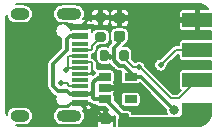
<source format=gtl>
G04 #@! TF.GenerationSoftware,KiCad,Pcbnew,5.1.9+dfsg1-1+deb11u1*
G04 #@! TF.CreationDate,2023-05-18T20:17:31+02:00*
G04 #@! TF.ProjectId,base,62617365-2e6b-4696-9361-645f70636258,rev?*
G04 #@! TF.SameCoordinates,Original*
G04 #@! TF.FileFunction,Copper,L1,Top*
G04 #@! TF.FilePolarity,Positive*
%FSLAX46Y46*%
G04 Gerber Fmt 4.6, Leading zero omitted, Abs format (unit mm)*
G04 Created by KiCad (PCBNEW 5.1.9+dfsg1-1+deb11u1) date 2023-05-18 20:17:31*
%MOMM*%
%LPD*%
G01*
G04 APERTURE LIST*
G04 #@! TA.AperFunction,SMDPad,CuDef*
%ADD10R,1.060000X0.650000*%
G04 #@! TD*
G04 #@! TA.AperFunction,SMDPad,CuDef*
%ADD11R,2.500000X1.250000*%
G04 #@! TD*
G04 #@! TA.AperFunction,ComponentPad*
%ADD12O,1.600000X1.000000*%
G04 #@! TD*
G04 #@! TA.AperFunction,ComponentPad*
%ADD13O,2.100000X1.000000*%
G04 #@! TD*
G04 #@! TA.AperFunction,SMDPad,CuDef*
%ADD14R,1.450000X0.300000*%
G04 #@! TD*
G04 #@! TA.AperFunction,SMDPad,CuDef*
%ADD15R,1.450000X0.600000*%
G04 #@! TD*
G04 #@! TA.AperFunction,ViaPad*
%ADD16C,0.500000*%
G04 #@! TD*
G04 #@! TA.AperFunction,ViaPad*
%ADD17C,0.800000*%
G04 #@! TD*
G04 #@! TA.AperFunction,Conductor*
%ADD18C,0.250000*%
G04 #@! TD*
G04 #@! TA.AperFunction,Conductor*
%ADD19C,0.350000*%
G04 #@! TD*
G04 #@! TA.AperFunction,Conductor*
%ADD20C,0.200000*%
G04 #@! TD*
G04 #@! TA.AperFunction,Conductor*
%ADD21C,0.100000*%
G04 #@! TD*
G04 APERTURE END LIST*
D10*
X6150000Y-1000000D03*
X6150000Y-1950000D03*
X6150000Y-2900000D03*
X8350000Y-2900000D03*
X8350000Y-1000000D03*
D11*
X14000000Y-3810000D03*
X14000000Y-1270000D03*
X14000000Y1270000D03*
X14000000Y3810000D03*
D12*
X-1050000Y-4320000D03*
X-1050000Y4320000D03*
D13*
X3130000Y4320000D03*
X3130000Y-4320000D03*
D14*
X4045000Y250000D03*
X4045000Y-1750000D03*
X4045000Y-1250000D03*
X4045000Y-750000D03*
X4045000Y-250000D03*
X4045000Y750000D03*
X4045000Y1250000D03*
X4045000Y1750000D03*
D15*
X4045000Y-3250000D03*
X4045000Y-2450000D03*
X4045000Y2450000D03*
X4045000Y3250000D03*
X4045000Y3250000D03*
X4045000Y2450000D03*
X4045000Y-2450000D03*
X4045000Y-3250000D03*
G04 #@! TA.AperFunction,SMDPad,CuDef*
G36*
G01*
X5725000Y525000D02*
X5725000Y1075000D01*
G75*
G02*
X5925000Y1275000I200000J0D01*
G01*
X6325000Y1275000D01*
G75*
G02*
X6525000Y1075000I0J-200000D01*
G01*
X6525000Y525000D01*
G75*
G02*
X6325000Y325000I-200000J0D01*
G01*
X5925000Y325000D01*
G75*
G02*
X5725000Y525000I0J200000D01*
G01*
G37*
G04 #@! TD.AperFunction*
G04 #@! TA.AperFunction,SMDPad,CuDef*
G36*
G01*
X7375000Y525000D02*
X7375000Y1075000D01*
G75*
G02*
X7575000Y1275000I200000J0D01*
G01*
X7975000Y1275000D01*
G75*
G02*
X8175000Y1075000I0J-200000D01*
G01*
X8175000Y525000D01*
G75*
G02*
X7975000Y325000I-200000J0D01*
G01*
X7575000Y325000D01*
G75*
G02*
X7375000Y525000I0J200000D01*
G01*
G37*
G04 #@! TD.AperFunction*
G04 #@! TA.AperFunction,SMDPad,CuDef*
G36*
G01*
X5525000Y2775000D02*
X6075000Y2775000D01*
G75*
G02*
X6275000Y2575000I0J-200000D01*
G01*
X6275000Y2175000D01*
G75*
G02*
X6075000Y1975000I-200000J0D01*
G01*
X5525000Y1975000D01*
G75*
G02*
X5325000Y2175000I0J200000D01*
G01*
X5325000Y2575000D01*
G75*
G02*
X5525000Y2775000I200000J0D01*
G01*
G37*
G04 #@! TD.AperFunction*
G04 #@! TA.AperFunction,SMDPad,CuDef*
G36*
G01*
X5525000Y4425000D02*
X6075000Y4425000D01*
G75*
G02*
X6275000Y4225000I0J-200000D01*
G01*
X6275000Y3825000D01*
G75*
G02*
X6075000Y3625000I-200000J0D01*
G01*
X5525000Y3625000D01*
G75*
G02*
X5325000Y3825000I0J200000D01*
G01*
X5325000Y4225000D01*
G75*
G02*
X5525000Y4425000I200000J0D01*
G01*
G37*
G04 #@! TD.AperFunction*
G04 #@! TA.AperFunction,SMDPad,CuDef*
G36*
G01*
X8225000Y-4300000D02*
X8225000Y-4800000D01*
G75*
G02*
X8000000Y-5025000I-225000J0D01*
G01*
X7550000Y-5025000D01*
G75*
G02*
X7325000Y-4800000I0J225000D01*
G01*
X7325000Y-4300000D01*
G75*
G02*
X7550000Y-4075000I225000J0D01*
G01*
X8000000Y-4075000D01*
G75*
G02*
X8225000Y-4300000I0J-225000D01*
G01*
G37*
G04 #@! TD.AperFunction*
G04 #@! TA.AperFunction,SMDPad,CuDef*
G36*
G01*
X6675000Y-4300000D02*
X6675000Y-4800000D01*
G75*
G02*
X6450000Y-5025000I-225000J0D01*
G01*
X6000000Y-5025000D01*
G75*
G02*
X5775000Y-4800000I0J225000D01*
G01*
X5775000Y-4300000D01*
G75*
G02*
X6000000Y-4075000I225000J0D01*
G01*
X6450000Y-4075000D01*
G75*
G02*
X6675000Y-4300000I0J-225000D01*
G01*
G37*
G04 #@! TD.AperFunction*
G04 #@! TA.AperFunction,SMDPad,CuDef*
G36*
G01*
X7650000Y3525000D02*
X7150000Y3525000D01*
G75*
G02*
X6925000Y3750000I0J225000D01*
G01*
X6925000Y4200000D01*
G75*
G02*
X7150000Y4425000I225000J0D01*
G01*
X7650000Y4425000D01*
G75*
G02*
X7875000Y4200000I0J-225000D01*
G01*
X7875000Y3750000D01*
G75*
G02*
X7650000Y3525000I-225000J0D01*
G01*
G37*
G04 #@! TD.AperFunction*
G04 #@! TA.AperFunction,SMDPad,CuDef*
G36*
G01*
X7650000Y1975000D02*
X7150000Y1975000D01*
G75*
G02*
X6925000Y2200000I0J225000D01*
G01*
X6925000Y2650000D01*
G75*
G02*
X7150000Y2875000I225000J0D01*
G01*
X7650000Y2875000D01*
G75*
G02*
X7875000Y2650000I0J-225000D01*
G01*
X7875000Y2200000D01*
G75*
G02*
X7650000Y1975000I-225000J0D01*
G01*
G37*
G04 #@! TD.AperFunction*
D16*
X4554225Y3948203D03*
X-550000Y-3350000D03*
X9100000Y-3940000D03*
X12250000Y290000D03*
X11300000Y1250000D03*
X8590000Y3620000D03*
X4500000Y-4900000D03*
X4550000Y-3900000D03*
X-550000Y1900000D03*
X11090000Y-3950000D03*
X10400000Y500000D03*
X11040000Y3370000D03*
X8510000Y2500000D03*
X8600000Y1350000D03*
X8180000Y4980000D03*
X11400000Y-500000D03*
X10400000Y-3080000D03*
X12290000Y2020000D03*
X12030000Y-2270000D03*
D17*
X12050000Y-3799999D03*
D16*
X6600000Y650000D03*
X5150000Y-660000D03*
X2893081Y-457694D03*
X2409444Y-1555543D03*
X9050000Y-200000D03*
X10880269Y-19731D03*
D18*
X3100000Y-3400000D02*
X3052002Y-3400000D01*
X3250000Y-3250000D02*
X3100000Y-3400000D01*
X4045000Y-3250000D02*
X3250000Y-3250000D01*
X4045000Y3250000D02*
X3200000Y3250000D01*
X3200000Y3250000D02*
X3000000Y3450000D01*
X4550000Y3755000D02*
X4045000Y3250000D01*
X4550000Y3950000D02*
X4550000Y3755000D01*
X4837500Y-3250000D02*
X6137500Y-4550000D01*
X4045000Y-3250000D02*
X4837500Y-3250000D01*
X4552428Y3950000D02*
X4554225Y3948203D01*
X4550000Y3950000D02*
X4552428Y3950000D01*
X4718522Y4112500D02*
X4554225Y3948203D01*
X5935703Y3948203D02*
X6100000Y4112500D01*
X4554225Y3948203D02*
X5935703Y3948203D01*
X4550000Y-3755000D02*
X4045000Y-3250000D01*
X4550000Y-3900000D02*
X4550000Y-3755000D01*
X3550000Y3250000D02*
X3305010Y3494990D01*
X4045000Y3250000D02*
X3550000Y3250000D01*
X3044990Y3494990D02*
X3000000Y3450000D01*
X3305010Y3494990D02*
X3044990Y3494990D01*
X3200000Y3150000D02*
X3274999Y3075001D01*
X3200000Y3250000D02*
X3200000Y3150000D01*
D19*
X5145001Y-2200001D02*
X4895002Y-2450000D01*
X4895002Y-2450000D02*
X4045000Y-2450000D01*
X5270000Y-2900000D02*
X6150000Y-2900000D01*
X5145001Y-2775001D02*
X5270000Y-2900000D01*
X5145001Y-2200001D02*
X5145001Y-2775001D01*
X6137500Y-2912500D02*
X6150000Y-2900000D01*
X6212500Y-2900000D02*
X7862500Y-4550000D01*
X6150000Y-2900000D02*
X6212500Y-2900000D01*
X5735002Y-1000000D02*
X6150000Y-1000000D01*
X5450001Y-1285001D02*
X5735002Y-1000000D01*
X5364999Y-1285001D02*
X5450001Y-1285001D01*
X5145001Y-1504999D02*
X5364999Y-1285001D01*
X5145001Y-2200001D02*
X5145001Y-1504999D01*
X12501990Y-4585002D02*
X13000000Y-4086992D01*
X13000000Y-4086992D02*
X13000000Y-3810000D01*
X7810002Y-4585002D02*
X12501990Y-4585002D01*
X7775000Y-4550000D02*
X7810002Y-4585002D01*
X3194998Y2450000D02*
X4045000Y2450000D01*
X2944999Y2200001D02*
X3194998Y2450000D01*
X2944999Y1244999D02*
X2944999Y2200001D01*
X1774998Y74998D02*
X2944999Y1244999D01*
X1774998Y-1804996D02*
X1774998Y74998D01*
X2160001Y-2189999D02*
X1774998Y-1804996D01*
X2936001Y-2189999D02*
X2160001Y-2189999D01*
X3196002Y-2450000D02*
X2936001Y-2189999D01*
X4045000Y-2450000D02*
X3196002Y-2450000D01*
X8350000Y-1000000D02*
X9250001Y-1000000D01*
X9250001Y-1000000D02*
X12050000Y-3799999D01*
X8112000Y-1000000D02*
X8350000Y-1000000D01*
X6900000Y1413188D02*
X6900000Y800000D01*
X7350000Y1863188D02*
X6900000Y1413188D01*
X7350000Y2425000D02*
X7350000Y1863188D01*
X8350000Y-650000D02*
X8350000Y-1000000D01*
X7750010Y-50010D02*
X8350000Y-650000D01*
X7336822Y-50010D02*
X7750010Y-50010D01*
X6900000Y386812D02*
X7336822Y-50010D01*
X6900000Y800000D02*
X6900000Y386812D01*
X6750000Y650000D02*
X6900000Y800000D01*
X6275000Y650000D02*
X6125000Y800000D01*
X6600000Y650000D02*
X6275000Y650000D01*
X6600000Y650000D02*
X6750000Y650000D01*
D20*
X4960002Y-750000D02*
X4045000Y-750000D01*
X4960002Y250000D02*
X5070001Y140001D01*
X5070001Y-640001D02*
X4960002Y-750000D01*
X4045000Y250000D02*
X4960002Y250000D01*
X5070001Y140001D02*
X5070001Y-270001D01*
X5070001Y-270001D02*
X5070001Y-640001D01*
X3129998Y-250000D02*
X4045000Y-250000D01*
X3129998Y-250000D02*
X3019999Y-140001D01*
X3019999Y-140001D02*
X3019999Y640001D01*
X3019999Y640001D02*
X3129998Y750000D01*
X3129998Y750000D02*
X4045000Y750000D01*
X2922304Y-457694D02*
X2893081Y-457694D01*
X3129998Y-250000D02*
X2922304Y-457694D01*
X2925543Y-1555543D02*
X2409444Y-1555543D01*
X4045000Y-1750000D02*
X3120000Y-1750000D01*
X3120000Y-1750000D02*
X2925543Y-1555543D01*
X5070001Y1645001D02*
X5712500Y2287500D01*
X5070001Y1359999D02*
X5070001Y1645001D01*
X5010001Y1299999D02*
X5070001Y1359999D01*
X4724999Y1299999D02*
X5010001Y1299999D01*
X4675000Y1250000D02*
X4724999Y1299999D01*
X5712500Y2287500D02*
X6100000Y2287500D01*
X4045000Y1250000D02*
X4675000Y1250000D01*
X12440000Y-2830000D02*
X11780000Y-2830000D01*
X7575000Y800000D02*
X8575000Y-200000D01*
X9150000Y-200000D02*
X9050000Y-200000D01*
X11780000Y-2830000D02*
X9150000Y-200000D01*
X14000000Y-1270000D02*
X12440000Y-2830000D01*
X8575000Y-200000D02*
X9050000Y-200000D01*
X12170000Y1270000D02*
X10880269Y-19731D01*
X13000000Y1270000D02*
X12170000Y1270000D01*
X12920000Y1350000D02*
X13000000Y1270000D01*
X13955998Y1270000D02*
X14000000Y1270000D01*
X14227922Y5151094D02*
X14447165Y5084900D01*
X14649370Y4977386D01*
X14826847Y4832639D01*
X14906823Y4735964D01*
X14229000Y4735000D01*
X14154000Y4660000D01*
X14154000Y3964000D01*
X14174000Y3964000D01*
X14174000Y3656000D01*
X14154000Y3656000D01*
X14154000Y2960000D01*
X14229000Y2885000D01*
X15175000Y2883655D01*
X15175000Y2196451D01*
X12750000Y2196451D01*
X12691190Y2190659D01*
X12634640Y2173504D01*
X12582523Y2145647D01*
X12536842Y2108158D01*
X12499353Y2062477D01*
X12471496Y2010360D01*
X12454341Y1953810D01*
X12448549Y1895000D01*
X12448549Y1670000D01*
X12189635Y1670000D01*
X12169999Y1671934D01*
X12150363Y1670000D01*
X12150353Y1670000D01*
X12091586Y1664212D01*
X12016186Y1641340D01*
X11946697Y1604197D01*
X11920258Y1582499D01*
X11901049Y1566735D01*
X11901047Y1566733D01*
X11885789Y1554211D01*
X11873267Y1538953D01*
X10864584Y530269D01*
X10826099Y530269D01*
X10719840Y509133D01*
X10619746Y467672D01*
X10529665Y407482D01*
X10453056Y330873D01*
X10392866Y240792D01*
X10351405Y140698D01*
X10330269Y34439D01*
X10330269Y-73901D01*
X10351405Y-180160D01*
X10392866Y-280254D01*
X10453056Y-370335D01*
X10529665Y-446944D01*
X10619746Y-507134D01*
X10719840Y-548595D01*
X10826099Y-569731D01*
X10934439Y-569731D01*
X11040698Y-548595D01*
X11140792Y-507134D01*
X11230873Y-446944D01*
X11307482Y-370335D01*
X11367672Y-280254D01*
X11409133Y-180160D01*
X11430269Y-73901D01*
X11430269Y-35416D01*
X12335686Y870000D01*
X12448549Y870000D01*
X12448549Y645000D01*
X12454341Y586190D01*
X12471496Y529640D01*
X12499353Y477523D01*
X12536842Y431842D01*
X12582523Y394353D01*
X12634640Y366496D01*
X12691190Y349341D01*
X12750000Y343549D01*
X15175000Y343549D01*
X15175001Y-343549D01*
X12750000Y-343549D01*
X12691190Y-349341D01*
X12634640Y-366496D01*
X12582523Y-394353D01*
X12536842Y-431842D01*
X12499353Y-477523D01*
X12471496Y-529640D01*
X12454341Y-586190D01*
X12448549Y-645000D01*
X12448549Y-1895000D01*
X12454341Y-1953810D01*
X12471496Y-2010360D01*
X12499353Y-2062477D01*
X12536842Y-2108158D01*
X12569421Y-2134894D01*
X12274315Y-2430000D01*
X11945685Y-2430000D01*
X9584726Y-69041D01*
X9578864Y-39571D01*
X9537403Y60523D01*
X9477213Y150604D01*
X9400604Y227213D01*
X9310523Y287403D01*
X9210429Y328864D01*
X9104170Y350000D01*
X8995830Y350000D01*
X8889571Y328864D01*
X8789477Y287403D01*
X8707834Y232851D01*
X8471003Y469682D01*
X8476451Y525000D01*
X8476451Y1075000D01*
X8466816Y1172828D01*
X8438280Y1266897D01*
X8391941Y1353591D01*
X8329579Y1429579D01*
X8253591Y1491941D01*
X8166897Y1538280D01*
X8072828Y1566816D01*
X7975000Y1576451D01*
X7729162Y1576451D01*
X7746859Y1598015D01*
X7790966Y1680534D01*
X7795890Y1696765D01*
X7851464Y1713623D01*
X7942481Y1762272D01*
X8022257Y1827743D01*
X8087728Y1907519D01*
X8136377Y1998536D01*
X8166335Y2097295D01*
X8176451Y2200000D01*
X8176451Y2650000D01*
X8166335Y2752705D01*
X8136377Y2851464D01*
X8087728Y2942481D01*
X8022257Y3022257D01*
X7942481Y3087728D01*
X7851464Y3136377D01*
X7752705Y3166335D01*
X7650000Y3176451D01*
X7150000Y3176451D01*
X7047295Y3166335D01*
X6948536Y3136377D01*
X6857519Y3087728D01*
X6777743Y3022257D01*
X6712272Y2942481D01*
X6663623Y2851464D01*
X6633665Y2752705D01*
X6623549Y2650000D01*
X6623549Y2200000D01*
X6633665Y2097295D01*
X6663623Y1998536D01*
X6712272Y1907519D01*
X6716919Y1901857D01*
X6580634Y1765572D01*
X6562499Y1750689D01*
X6503141Y1678361D01*
X6459034Y1595841D01*
X6447920Y1559204D01*
X6422828Y1566816D01*
X6325000Y1576451D01*
X5925000Y1576451D01*
X5827172Y1566816D01*
X5733103Y1538280D01*
X5646409Y1491941D01*
X5570421Y1429579D01*
X5508059Y1353591D01*
X5461720Y1266897D01*
X5433184Y1172828D01*
X5423549Y1075000D01*
X5423549Y525000D01*
X5433184Y427172D01*
X5461720Y333103D01*
X5508059Y246409D01*
X5570421Y170421D01*
X5646409Y108059D01*
X5733103Y61720D01*
X5827172Y33184D01*
X5925000Y23549D01*
X6325000Y23549D01*
X6422828Y33184D01*
X6516897Y61720D01*
X6541517Y74879D01*
X6562500Y49311D01*
X6580629Y34433D01*
X6984447Y-369386D01*
X6999321Y-387511D01*
X7017444Y-402384D01*
X7071649Y-446869D01*
X7154168Y-490976D01*
X7243706Y-518137D01*
X7336822Y-527308D01*
X7360154Y-525010D01*
X7553260Y-525010D01*
X7557656Y-529406D01*
X7541496Y-559640D01*
X7524341Y-616190D01*
X7518549Y-675000D01*
X7518549Y-1325000D01*
X7524341Y-1383810D01*
X7541496Y-1440360D01*
X7569353Y-1492477D01*
X7606842Y-1538158D01*
X7652523Y-1575647D01*
X7704640Y-1603504D01*
X7761190Y-1620659D01*
X7820000Y-1626451D01*
X8880000Y-1626451D01*
X8938810Y-1620659D01*
X8995360Y-1603504D01*
X9047477Y-1575647D01*
X9093158Y-1538158D01*
X9103638Y-1525388D01*
X11350000Y-3771751D01*
X11350000Y-3868943D01*
X11376901Y-4004181D01*
X11420733Y-4110002D01*
X8489855Y-4110002D01*
X8486377Y-4098536D01*
X8437728Y-4007519D01*
X8372257Y-3927743D01*
X8292481Y-3862272D01*
X8201464Y-3813623D01*
X8102705Y-3783665D01*
X8000000Y-3773549D01*
X7757800Y-3773549D01*
X6981451Y-2997201D01*
X6981451Y-2575000D01*
X7518549Y-2575000D01*
X7518549Y-3225000D01*
X7524341Y-3283810D01*
X7541496Y-3340360D01*
X7569353Y-3392477D01*
X7606842Y-3438158D01*
X7652523Y-3475647D01*
X7704640Y-3503504D01*
X7761190Y-3520659D01*
X7820000Y-3526451D01*
X8880000Y-3526451D01*
X8938810Y-3520659D01*
X8995360Y-3503504D01*
X9047477Y-3475647D01*
X9093158Y-3438158D01*
X9130647Y-3392477D01*
X9158504Y-3340360D01*
X9175659Y-3283810D01*
X9181451Y-3225000D01*
X9181451Y-2575000D01*
X9175659Y-2516190D01*
X9158504Y-2459640D01*
X9130647Y-2407523D01*
X9093158Y-2361842D01*
X9047477Y-2324353D01*
X8995360Y-2296496D01*
X8938810Y-2279341D01*
X8880000Y-2273549D01*
X7820000Y-2273549D01*
X7761190Y-2279341D01*
X7704640Y-2296496D01*
X7652523Y-2324353D01*
X7606842Y-2361842D01*
X7569353Y-2407523D01*
X7541496Y-2459640D01*
X7524341Y-2516190D01*
X7518549Y-2575000D01*
X6981451Y-2575000D01*
X6975659Y-2516190D01*
X6958504Y-2459640D01*
X6939989Y-2425001D01*
X6958505Y-2390361D01*
X6975660Y-2333810D01*
X6981452Y-2275000D01*
X6980000Y-2179000D01*
X6905000Y-2104000D01*
X6304000Y-2104000D01*
X6304000Y-2124000D01*
X5996000Y-2124000D01*
X5996000Y-2104000D01*
X5976000Y-2104000D01*
X5976000Y-1796000D01*
X5996000Y-1796000D01*
X5996000Y-1776000D01*
X6304000Y-1776000D01*
X6304000Y-1796000D01*
X6905000Y-1796000D01*
X6980000Y-1721000D01*
X6981452Y-1625000D01*
X6975660Y-1566190D01*
X6958505Y-1509639D01*
X6939989Y-1474999D01*
X6958504Y-1440360D01*
X6975659Y-1383810D01*
X6981451Y-1325000D01*
X6981451Y-675000D01*
X6975659Y-616190D01*
X6958504Y-559640D01*
X6930647Y-507523D01*
X6893158Y-461842D01*
X6847477Y-424353D01*
X6795360Y-396496D01*
X6738810Y-379341D01*
X6680000Y-373549D01*
X5620079Y-373549D01*
X5577213Y-309396D01*
X5500604Y-232787D01*
X5470001Y-212339D01*
X5470001Y120366D01*
X5471935Y140002D01*
X5470001Y159638D01*
X5470001Y159648D01*
X5464213Y218415D01*
X5441341Y293815D01*
X5404198Y363304D01*
X5354212Y424212D01*
X5338950Y436737D01*
X5256739Y518948D01*
X5244213Y534211D01*
X5183305Y584197D01*
X5113816Y621340D01*
X5071451Y634191D01*
X5071451Y900000D01*
X5071050Y904077D01*
X5088415Y905787D01*
X5163815Y928659D01*
X5233304Y965802D01*
X5294212Y1015788D01*
X5306738Y1031051D01*
X5338950Y1063263D01*
X5354212Y1075788D01*
X5404198Y1136696D01*
X5441341Y1206185D01*
X5464213Y1281585D01*
X5470001Y1340352D01*
X5470001Y1340353D01*
X5471936Y1359999D01*
X5470001Y1379646D01*
X5470001Y1479316D01*
X5664234Y1673549D01*
X6075000Y1673549D01*
X6172828Y1683184D01*
X6266897Y1711720D01*
X6353591Y1758059D01*
X6429579Y1820421D01*
X6491941Y1896409D01*
X6538280Y1983103D01*
X6566816Y2077172D01*
X6576451Y2175000D01*
X6576451Y2575000D01*
X6566816Y2672828D01*
X6538280Y2766897D01*
X6491941Y2853591D01*
X6429579Y2929579D01*
X6353591Y2991941D01*
X6266897Y3038280D01*
X6172828Y3066816D01*
X6075000Y3076451D01*
X5525000Y3076451D01*
X5427172Y3066816D01*
X5333103Y3038280D01*
X5246409Y2991941D01*
X5170421Y2929579D01*
X5108059Y2853591D01*
X5068532Y2779641D01*
X5065659Y2808810D01*
X5053164Y2849998D01*
X5065660Y2891190D01*
X5071452Y2950000D01*
X5070000Y3021000D01*
X4995000Y3096000D01*
X4199000Y3096000D01*
X4199000Y3076000D01*
X3891000Y3076000D01*
X3891000Y3096000D01*
X3871000Y3096000D01*
X3871000Y3185000D01*
X12448548Y3185000D01*
X12454340Y3126190D01*
X12471495Y3069639D01*
X12499352Y3017522D01*
X12536841Y2971841D01*
X12582522Y2934352D01*
X12634639Y2906495D01*
X12691190Y2889340D01*
X12750000Y2883548D01*
X13771000Y2885000D01*
X13846000Y2960000D01*
X13846000Y3656000D01*
X12525000Y3656000D01*
X12450000Y3581000D01*
X12448548Y3185000D01*
X3871000Y3185000D01*
X3871000Y3404000D01*
X3891000Y3404000D01*
X3891000Y3424000D01*
X4199000Y3424000D01*
X4199000Y3404000D01*
X4995000Y3404000D01*
X5065355Y3474355D01*
X5074352Y3457522D01*
X5111841Y3411841D01*
X5157522Y3374352D01*
X5209639Y3346495D01*
X5266190Y3329340D01*
X5325000Y3323548D01*
X5571000Y3325000D01*
X5646000Y3400000D01*
X5646000Y3871000D01*
X5954000Y3871000D01*
X5954000Y3400000D01*
X6029000Y3325000D01*
X6275000Y3323548D01*
X6333810Y3329340D01*
X6390361Y3346495D01*
X6442478Y3374352D01*
X6488159Y3411841D01*
X6525648Y3457522D01*
X6553505Y3509639D01*
X6558164Y3525000D01*
X6623548Y3525000D01*
X6629340Y3466190D01*
X6646495Y3409639D01*
X6674352Y3357522D01*
X6711841Y3311841D01*
X6757522Y3274352D01*
X6809639Y3246495D01*
X6866190Y3229340D01*
X6925000Y3223548D01*
X7171000Y3225000D01*
X7246000Y3300000D01*
X7246000Y3821000D01*
X7554000Y3821000D01*
X7554000Y3300000D01*
X7629000Y3225000D01*
X7875000Y3223548D01*
X7933810Y3229340D01*
X7990361Y3246495D01*
X8042478Y3274352D01*
X8088159Y3311841D01*
X8125648Y3357522D01*
X8153505Y3409639D01*
X8170660Y3466190D01*
X8176452Y3525000D01*
X8175000Y3746000D01*
X8100000Y3821000D01*
X7554000Y3821000D01*
X7246000Y3821000D01*
X6700000Y3821000D01*
X6625000Y3746000D01*
X6623548Y3525000D01*
X6558164Y3525000D01*
X6570660Y3566190D01*
X6576452Y3625000D01*
X6575000Y3796000D01*
X6500000Y3871000D01*
X5954000Y3871000D01*
X5646000Y3871000D01*
X5100000Y3871000D01*
X5025000Y3796000D01*
X5024276Y3710691D01*
X5020648Y3717478D01*
X4983159Y3763159D01*
X4937478Y3800648D01*
X4885361Y3828505D01*
X4828810Y3845660D01*
X4770000Y3851452D01*
X4329327Y3850162D01*
X4348393Y3873394D01*
X4422679Y4012372D01*
X4468424Y4163173D01*
X4483870Y4320000D01*
X4473529Y4425000D01*
X5023548Y4425000D01*
X5025000Y4254000D01*
X5100000Y4179000D01*
X5646000Y4179000D01*
X5646000Y4650000D01*
X5954000Y4650000D01*
X5954000Y4179000D01*
X6500000Y4179000D01*
X6575000Y4254000D01*
X6576452Y4425000D01*
X6623548Y4425000D01*
X6625000Y4204000D01*
X6700000Y4129000D01*
X7246000Y4129000D01*
X7246000Y4650000D01*
X7554000Y4650000D01*
X7554000Y4129000D01*
X8100000Y4129000D01*
X8175000Y4204000D01*
X8176452Y4425000D01*
X8175468Y4435000D01*
X12448548Y4435000D01*
X12450000Y4039000D01*
X12525000Y3964000D01*
X13846000Y3964000D01*
X13846000Y4660000D01*
X13771000Y4735000D01*
X12750000Y4736452D01*
X12691190Y4730660D01*
X12634639Y4713505D01*
X12582522Y4685648D01*
X12536841Y4648159D01*
X12499352Y4602478D01*
X12471495Y4550361D01*
X12454340Y4493810D01*
X12448548Y4435000D01*
X8175468Y4435000D01*
X8170660Y4483810D01*
X8153505Y4540361D01*
X8125648Y4592478D01*
X8088159Y4638159D01*
X8042478Y4675648D01*
X7990361Y4703505D01*
X7933810Y4720660D01*
X7875000Y4726452D01*
X7629000Y4725000D01*
X7554000Y4650000D01*
X7246000Y4650000D01*
X7171000Y4725000D01*
X6925000Y4726452D01*
X6866190Y4720660D01*
X6809639Y4703505D01*
X6757522Y4675648D01*
X6711841Y4638159D01*
X6674352Y4592478D01*
X6646495Y4540361D01*
X6629340Y4483810D01*
X6623548Y4425000D01*
X6576452Y4425000D01*
X6570660Y4483810D01*
X6553505Y4540361D01*
X6525648Y4592478D01*
X6488159Y4638159D01*
X6442478Y4675648D01*
X6390361Y4703505D01*
X6333810Y4720660D01*
X6275000Y4726452D01*
X6029000Y4725000D01*
X5954000Y4650000D01*
X5646000Y4650000D01*
X5571000Y4725000D01*
X5325000Y4726452D01*
X5266190Y4720660D01*
X5209639Y4703505D01*
X5157522Y4675648D01*
X5111841Y4638159D01*
X5074352Y4592478D01*
X5046495Y4540361D01*
X5029340Y4483810D01*
X5023548Y4425000D01*
X4473529Y4425000D01*
X4468424Y4476827D01*
X4422679Y4627628D01*
X4348393Y4766606D01*
X4248422Y4888422D01*
X4126606Y4988393D01*
X3987628Y5062679D01*
X3836827Y5108424D01*
X3719293Y5120000D01*
X2540707Y5120000D01*
X2423173Y5108424D01*
X2272372Y5062679D01*
X2133394Y4988393D01*
X2011578Y4888422D01*
X1911607Y4766606D01*
X1837321Y4627628D01*
X1791576Y4476827D01*
X1776130Y4320000D01*
X1791576Y4163173D01*
X1837321Y4012372D01*
X1911607Y3873394D01*
X2011578Y3751578D01*
X2133394Y3651607D01*
X2272372Y3577321D01*
X2423173Y3531576D01*
X2540707Y3520000D01*
X3019162Y3520000D01*
X3020000Y3479000D01*
X3094998Y3404002D01*
X3020000Y3404002D01*
X3020000Y3353883D01*
X2998414Y3375469D01*
X2896048Y3443868D01*
X2782306Y3490981D01*
X2661557Y3515000D01*
X2538443Y3515000D01*
X2417694Y3490981D01*
X2303952Y3443868D01*
X2201586Y3375469D01*
X2114531Y3288414D01*
X2046132Y3186048D01*
X1999019Y3072306D01*
X1975000Y2951557D01*
X1975000Y2828443D01*
X1999019Y2707694D01*
X2046132Y2593952D01*
X2114531Y2491586D01*
X2201586Y2404531D01*
X2303952Y2336132D01*
X2417694Y2289019D01*
X2475339Y2277552D01*
X2467701Y2200001D01*
X2470000Y2176659D01*
X2469999Y1441750D01*
X1455627Y427377D01*
X1437498Y412499D01*
X1378140Y340171D01*
X1353362Y293814D01*
X1334033Y257652D01*
X1306871Y168114D01*
X1297700Y74998D01*
X1299999Y51656D01*
X1299998Y-1781663D01*
X1297700Y-1804996D01*
X1306871Y-1898112D01*
X1314975Y-1924825D01*
X1334032Y-1987649D01*
X1378139Y-2070169D01*
X1437497Y-2142497D01*
X1455632Y-2157380D01*
X1807621Y-2509370D01*
X1822500Y-2527500D01*
X1894828Y-2586858D01*
X1977347Y-2630965D01*
X2024834Y-2645370D01*
X1999019Y-2707694D01*
X1975000Y-2828443D01*
X1975000Y-2951557D01*
X1999019Y-3072306D01*
X2046132Y-3186048D01*
X2114531Y-3288414D01*
X2201586Y-3375469D01*
X2303952Y-3443868D01*
X2417694Y-3490981D01*
X2538443Y-3515000D01*
X2661557Y-3515000D01*
X2782306Y-3490981D01*
X2896048Y-3443868D01*
X2998414Y-3375469D01*
X3020000Y-3353883D01*
X3020000Y-3404002D01*
X3094998Y-3404002D01*
X3020000Y-3479000D01*
X3019162Y-3520000D01*
X2540707Y-3520000D01*
X2423173Y-3531576D01*
X2272372Y-3577321D01*
X2133394Y-3651607D01*
X2011578Y-3751578D01*
X1911607Y-3873394D01*
X1837321Y-4012372D01*
X1791576Y-4163173D01*
X1776130Y-4320000D01*
X1791576Y-4476827D01*
X1837321Y-4627628D01*
X1911607Y-4766606D01*
X2011578Y-4888422D01*
X2133394Y-4988393D01*
X2272372Y-5062679D01*
X2423173Y-5108424D01*
X2540707Y-5120000D01*
X3719293Y-5120000D01*
X3836827Y-5108424D01*
X3987628Y-5062679D01*
X4126606Y-4988393D01*
X4248422Y-4888422D01*
X4348393Y-4766606D01*
X4422679Y-4627628D01*
X4468424Y-4476827D01*
X4483870Y-4320000D01*
X4468424Y-4163173D01*
X4441678Y-4075000D01*
X5473548Y-4075000D01*
X5475000Y-4321000D01*
X5550000Y-4396000D01*
X6071000Y-4396000D01*
X6071000Y-3850000D01*
X5996000Y-3775000D01*
X5775000Y-3773548D01*
X5716190Y-3779340D01*
X5659639Y-3796495D01*
X5607522Y-3824352D01*
X5561841Y-3861841D01*
X5524352Y-3907522D01*
X5496495Y-3959639D01*
X5479340Y-4016190D01*
X5473548Y-4075000D01*
X4441678Y-4075000D01*
X4422679Y-4012372D01*
X4348393Y-3873394D01*
X4329327Y-3850162D01*
X4770000Y-3851452D01*
X4828810Y-3845660D01*
X4885361Y-3828505D01*
X4937478Y-3800648D01*
X4983159Y-3763159D01*
X5020648Y-3717478D01*
X5048505Y-3665361D01*
X5065660Y-3608810D01*
X5071452Y-3550000D01*
X5070000Y-3479000D01*
X4995002Y-3404002D01*
X5070000Y-3404002D01*
X5070000Y-3331694D01*
X5087346Y-3340966D01*
X5156044Y-3361805D01*
X5176883Y-3368127D01*
X5269999Y-3377298D01*
X5293331Y-3375000D01*
X5360011Y-3375000D01*
X5369353Y-3392477D01*
X5406842Y-3438158D01*
X5452523Y-3475647D01*
X5504640Y-3503504D01*
X5561190Y-3520659D01*
X5620000Y-3526451D01*
X6167201Y-3526451D01*
X6434875Y-3794125D01*
X6379000Y-3850000D01*
X6379000Y-4396000D01*
X6900000Y-4396000D01*
X6968375Y-4327625D01*
X7023549Y-4382800D01*
X7023549Y-4383861D01*
X7022836Y-4385195D01*
X7005764Y-4441473D01*
X7000000Y-4500000D01*
X7000000Y-5175000D01*
X6934990Y-5175000D01*
X6953505Y-5140361D01*
X6970660Y-5083810D01*
X6976452Y-5025000D01*
X6975000Y-4779000D01*
X6900000Y-4704000D01*
X6379000Y-4704000D01*
X6379000Y-4724000D01*
X6071000Y-4724000D01*
X6071000Y-4704000D01*
X5550000Y-4704000D01*
X5475000Y-4779000D01*
X5473548Y-5025000D01*
X5479340Y-5083810D01*
X5496495Y-5140361D01*
X5515010Y-5175000D01*
X-984104Y-5175000D01*
X-1227922Y-5151094D01*
X-1330909Y-5120000D01*
X-710707Y-5120000D01*
X-593173Y-5108424D01*
X-442372Y-5062679D01*
X-303394Y-4988393D01*
X-181578Y-4888422D01*
X-81607Y-4766606D01*
X-7321Y-4627628D01*
X38424Y-4476827D01*
X53870Y-4320000D01*
X38424Y-4163173D01*
X-7321Y-4012372D01*
X-81607Y-3873394D01*
X-181578Y-3751578D01*
X-303394Y-3651607D01*
X-442372Y-3577321D01*
X-593173Y-3531576D01*
X-710707Y-3520000D01*
X-1389293Y-3520000D01*
X-1506827Y-3531576D01*
X-1657628Y-3577321D01*
X-1796606Y-3651607D01*
X-1918422Y-3751578D01*
X-2018393Y-3873394D01*
X-2092679Y-4012372D01*
X-2138424Y-4163173D01*
X-2146529Y-4245469D01*
X-2149474Y-4235958D01*
X-2175000Y-3993085D01*
X-2175000Y3984104D01*
X-2151094Y4227922D01*
X-2146349Y4243637D01*
X-2138424Y4163173D01*
X-2092679Y4012372D01*
X-2018393Y3873394D01*
X-1918422Y3751578D01*
X-1796606Y3651607D01*
X-1657628Y3577321D01*
X-1506827Y3531576D01*
X-1389293Y3520000D01*
X-710707Y3520000D01*
X-593173Y3531576D01*
X-442372Y3577321D01*
X-303394Y3651607D01*
X-181578Y3751578D01*
X-81607Y3873394D01*
X-7321Y4012372D01*
X38424Y4163173D01*
X53870Y4320000D01*
X38424Y4476827D01*
X-7321Y4627628D01*
X-81607Y4766606D01*
X-181578Y4888422D01*
X-303394Y4988393D01*
X-442372Y5062679D01*
X-593173Y5108424D01*
X-710707Y5120000D01*
X-1331169Y5120000D01*
X-1235953Y5149474D01*
X-993085Y5175000D01*
X13984104Y5175000D01*
X14227922Y5151094D01*
G04 #@! TA.AperFunction,Conductor*
D21*
G36*
X14227922Y5151094D02*
G01*
X14447165Y5084900D01*
X14649370Y4977386D01*
X14826847Y4832639D01*
X14906823Y4735964D01*
X14229000Y4735000D01*
X14154000Y4660000D01*
X14154000Y3964000D01*
X14174000Y3964000D01*
X14174000Y3656000D01*
X14154000Y3656000D01*
X14154000Y2960000D01*
X14229000Y2885000D01*
X15175000Y2883655D01*
X15175000Y2196451D01*
X12750000Y2196451D01*
X12691190Y2190659D01*
X12634640Y2173504D01*
X12582523Y2145647D01*
X12536842Y2108158D01*
X12499353Y2062477D01*
X12471496Y2010360D01*
X12454341Y1953810D01*
X12448549Y1895000D01*
X12448549Y1670000D01*
X12189635Y1670000D01*
X12169999Y1671934D01*
X12150363Y1670000D01*
X12150353Y1670000D01*
X12091586Y1664212D01*
X12016186Y1641340D01*
X11946697Y1604197D01*
X11920258Y1582499D01*
X11901049Y1566735D01*
X11901047Y1566733D01*
X11885789Y1554211D01*
X11873267Y1538953D01*
X10864584Y530269D01*
X10826099Y530269D01*
X10719840Y509133D01*
X10619746Y467672D01*
X10529665Y407482D01*
X10453056Y330873D01*
X10392866Y240792D01*
X10351405Y140698D01*
X10330269Y34439D01*
X10330269Y-73901D01*
X10351405Y-180160D01*
X10392866Y-280254D01*
X10453056Y-370335D01*
X10529665Y-446944D01*
X10619746Y-507134D01*
X10719840Y-548595D01*
X10826099Y-569731D01*
X10934439Y-569731D01*
X11040698Y-548595D01*
X11140792Y-507134D01*
X11230873Y-446944D01*
X11307482Y-370335D01*
X11367672Y-280254D01*
X11409133Y-180160D01*
X11430269Y-73901D01*
X11430269Y-35416D01*
X12335686Y870000D01*
X12448549Y870000D01*
X12448549Y645000D01*
X12454341Y586190D01*
X12471496Y529640D01*
X12499353Y477523D01*
X12536842Y431842D01*
X12582523Y394353D01*
X12634640Y366496D01*
X12691190Y349341D01*
X12750000Y343549D01*
X15175000Y343549D01*
X15175001Y-343549D01*
X12750000Y-343549D01*
X12691190Y-349341D01*
X12634640Y-366496D01*
X12582523Y-394353D01*
X12536842Y-431842D01*
X12499353Y-477523D01*
X12471496Y-529640D01*
X12454341Y-586190D01*
X12448549Y-645000D01*
X12448549Y-1895000D01*
X12454341Y-1953810D01*
X12471496Y-2010360D01*
X12499353Y-2062477D01*
X12536842Y-2108158D01*
X12569421Y-2134894D01*
X12274315Y-2430000D01*
X11945685Y-2430000D01*
X9584726Y-69041D01*
X9578864Y-39571D01*
X9537403Y60523D01*
X9477213Y150604D01*
X9400604Y227213D01*
X9310523Y287403D01*
X9210429Y328864D01*
X9104170Y350000D01*
X8995830Y350000D01*
X8889571Y328864D01*
X8789477Y287403D01*
X8707834Y232851D01*
X8471003Y469682D01*
X8476451Y525000D01*
X8476451Y1075000D01*
X8466816Y1172828D01*
X8438280Y1266897D01*
X8391941Y1353591D01*
X8329579Y1429579D01*
X8253591Y1491941D01*
X8166897Y1538280D01*
X8072828Y1566816D01*
X7975000Y1576451D01*
X7729162Y1576451D01*
X7746859Y1598015D01*
X7790966Y1680534D01*
X7795890Y1696765D01*
X7851464Y1713623D01*
X7942481Y1762272D01*
X8022257Y1827743D01*
X8087728Y1907519D01*
X8136377Y1998536D01*
X8166335Y2097295D01*
X8176451Y2200000D01*
X8176451Y2650000D01*
X8166335Y2752705D01*
X8136377Y2851464D01*
X8087728Y2942481D01*
X8022257Y3022257D01*
X7942481Y3087728D01*
X7851464Y3136377D01*
X7752705Y3166335D01*
X7650000Y3176451D01*
X7150000Y3176451D01*
X7047295Y3166335D01*
X6948536Y3136377D01*
X6857519Y3087728D01*
X6777743Y3022257D01*
X6712272Y2942481D01*
X6663623Y2851464D01*
X6633665Y2752705D01*
X6623549Y2650000D01*
X6623549Y2200000D01*
X6633665Y2097295D01*
X6663623Y1998536D01*
X6712272Y1907519D01*
X6716919Y1901857D01*
X6580634Y1765572D01*
X6562499Y1750689D01*
X6503141Y1678361D01*
X6459034Y1595841D01*
X6447920Y1559204D01*
X6422828Y1566816D01*
X6325000Y1576451D01*
X5925000Y1576451D01*
X5827172Y1566816D01*
X5733103Y1538280D01*
X5646409Y1491941D01*
X5570421Y1429579D01*
X5508059Y1353591D01*
X5461720Y1266897D01*
X5433184Y1172828D01*
X5423549Y1075000D01*
X5423549Y525000D01*
X5433184Y427172D01*
X5461720Y333103D01*
X5508059Y246409D01*
X5570421Y170421D01*
X5646409Y108059D01*
X5733103Y61720D01*
X5827172Y33184D01*
X5925000Y23549D01*
X6325000Y23549D01*
X6422828Y33184D01*
X6516897Y61720D01*
X6541517Y74879D01*
X6562500Y49311D01*
X6580629Y34433D01*
X6984447Y-369386D01*
X6999321Y-387511D01*
X7017444Y-402384D01*
X7071649Y-446869D01*
X7154168Y-490976D01*
X7243706Y-518137D01*
X7336822Y-527308D01*
X7360154Y-525010D01*
X7553260Y-525010D01*
X7557656Y-529406D01*
X7541496Y-559640D01*
X7524341Y-616190D01*
X7518549Y-675000D01*
X7518549Y-1325000D01*
X7524341Y-1383810D01*
X7541496Y-1440360D01*
X7569353Y-1492477D01*
X7606842Y-1538158D01*
X7652523Y-1575647D01*
X7704640Y-1603504D01*
X7761190Y-1620659D01*
X7820000Y-1626451D01*
X8880000Y-1626451D01*
X8938810Y-1620659D01*
X8995360Y-1603504D01*
X9047477Y-1575647D01*
X9093158Y-1538158D01*
X9103638Y-1525388D01*
X11350000Y-3771751D01*
X11350000Y-3868943D01*
X11376901Y-4004181D01*
X11420733Y-4110002D01*
X8489855Y-4110002D01*
X8486377Y-4098536D01*
X8437728Y-4007519D01*
X8372257Y-3927743D01*
X8292481Y-3862272D01*
X8201464Y-3813623D01*
X8102705Y-3783665D01*
X8000000Y-3773549D01*
X7757800Y-3773549D01*
X6981451Y-2997201D01*
X6981451Y-2575000D01*
X7518549Y-2575000D01*
X7518549Y-3225000D01*
X7524341Y-3283810D01*
X7541496Y-3340360D01*
X7569353Y-3392477D01*
X7606842Y-3438158D01*
X7652523Y-3475647D01*
X7704640Y-3503504D01*
X7761190Y-3520659D01*
X7820000Y-3526451D01*
X8880000Y-3526451D01*
X8938810Y-3520659D01*
X8995360Y-3503504D01*
X9047477Y-3475647D01*
X9093158Y-3438158D01*
X9130647Y-3392477D01*
X9158504Y-3340360D01*
X9175659Y-3283810D01*
X9181451Y-3225000D01*
X9181451Y-2575000D01*
X9175659Y-2516190D01*
X9158504Y-2459640D01*
X9130647Y-2407523D01*
X9093158Y-2361842D01*
X9047477Y-2324353D01*
X8995360Y-2296496D01*
X8938810Y-2279341D01*
X8880000Y-2273549D01*
X7820000Y-2273549D01*
X7761190Y-2279341D01*
X7704640Y-2296496D01*
X7652523Y-2324353D01*
X7606842Y-2361842D01*
X7569353Y-2407523D01*
X7541496Y-2459640D01*
X7524341Y-2516190D01*
X7518549Y-2575000D01*
X6981451Y-2575000D01*
X6975659Y-2516190D01*
X6958504Y-2459640D01*
X6939989Y-2425001D01*
X6958505Y-2390361D01*
X6975660Y-2333810D01*
X6981452Y-2275000D01*
X6980000Y-2179000D01*
X6905000Y-2104000D01*
X6304000Y-2104000D01*
X6304000Y-2124000D01*
X5996000Y-2124000D01*
X5996000Y-2104000D01*
X5976000Y-2104000D01*
X5976000Y-1796000D01*
X5996000Y-1796000D01*
X5996000Y-1776000D01*
X6304000Y-1776000D01*
X6304000Y-1796000D01*
X6905000Y-1796000D01*
X6980000Y-1721000D01*
X6981452Y-1625000D01*
X6975660Y-1566190D01*
X6958505Y-1509639D01*
X6939989Y-1474999D01*
X6958504Y-1440360D01*
X6975659Y-1383810D01*
X6981451Y-1325000D01*
X6981451Y-675000D01*
X6975659Y-616190D01*
X6958504Y-559640D01*
X6930647Y-507523D01*
X6893158Y-461842D01*
X6847477Y-424353D01*
X6795360Y-396496D01*
X6738810Y-379341D01*
X6680000Y-373549D01*
X5620079Y-373549D01*
X5577213Y-309396D01*
X5500604Y-232787D01*
X5470001Y-212339D01*
X5470001Y120366D01*
X5471935Y140002D01*
X5470001Y159638D01*
X5470001Y159648D01*
X5464213Y218415D01*
X5441341Y293815D01*
X5404198Y363304D01*
X5354212Y424212D01*
X5338950Y436737D01*
X5256739Y518948D01*
X5244213Y534211D01*
X5183305Y584197D01*
X5113816Y621340D01*
X5071451Y634191D01*
X5071451Y900000D01*
X5071050Y904077D01*
X5088415Y905787D01*
X5163815Y928659D01*
X5233304Y965802D01*
X5294212Y1015788D01*
X5306738Y1031051D01*
X5338950Y1063263D01*
X5354212Y1075788D01*
X5404198Y1136696D01*
X5441341Y1206185D01*
X5464213Y1281585D01*
X5470001Y1340352D01*
X5470001Y1340353D01*
X5471936Y1359999D01*
X5470001Y1379646D01*
X5470001Y1479316D01*
X5664234Y1673549D01*
X6075000Y1673549D01*
X6172828Y1683184D01*
X6266897Y1711720D01*
X6353591Y1758059D01*
X6429579Y1820421D01*
X6491941Y1896409D01*
X6538280Y1983103D01*
X6566816Y2077172D01*
X6576451Y2175000D01*
X6576451Y2575000D01*
X6566816Y2672828D01*
X6538280Y2766897D01*
X6491941Y2853591D01*
X6429579Y2929579D01*
X6353591Y2991941D01*
X6266897Y3038280D01*
X6172828Y3066816D01*
X6075000Y3076451D01*
X5525000Y3076451D01*
X5427172Y3066816D01*
X5333103Y3038280D01*
X5246409Y2991941D01*
X5170421Y2929579D01*
X5108059Y2853591D01*
X5068532Y2779641D01*
X5065659Y2808810D01*
X5053164Y2849998D01*
X5065660Y2891190D01*
X5071452Y2950000D01*
X5070000Y3021000D01*
X4995000Y3096000D01*
X4199000Y3096000D01*
X4199000Y3076000D01*
X3891000Y3076000D01*
X3891000Y3096000D01*
X3871000Y3096000D01*
X3871000Y3185000D01*
X12448548Y3185000D01*
X12454340Y3126190D01*
X12471495Y3069639D01*
X12499352Y3017522D01*
X12536841Y2971841D01*
X12582522Y2934352D01*
X12634639Y2906495D01*
X12691190Y2889340D01*
X12750000Y2883548D01*
X13771000Y2885000D01*
X13846000Y2960000D01*
X13846000Y3656000D01*
X12525000Y3656000D01*
X12450000Y3581000D01*
X12448548Y3185000D01*
X3871000Y3185000D01*
X3871000Y3404000D01*
X3891000Y3404000D01*
X3891000Y3424000D01*
X4199000Y3424000D01*
X4199000Y3404000D01*
X4995000Y3404000D01*
X5065355Y3474355D01*
X5074352Y3457522D01*
X5111841Y3411841D01*
X5157522Y3374352D01*
X5209639Y3346495D01*
X5266190Y3329340D01*
X5325000Y3323548D01*
X5571000Y3325000D01*
X5646000Y3400000D01*
X5646000Y3871000D01*
X5954000Y3871000D01*
X5954000Y3400000D01*
X6029000Y3325000D01*
X6275000Y3323548D01*
X6333810Y3329340D01*
X6390361Y3346495D01*
X6442478Y3374352D01*
X6488159Y3411841D01*
X6525648Y3457522D01*
X6553505Y3509639D01*
X6558164Y3525000D01*
X6623548Y3525000D01*
X6629340Y3466190D01*
X6646495Y3409639D01*
X6674352Y3357522D01*
X6711841Y3311841D01*
X6757522Y3274352D01*
X6809639Y3246495D01*
X6866190Y3229340D01*
X6925000Y3223548D01*
X7171000Y3225000D01*
X7246000Y3300000D01*
X7246000Y3821000D01*
X7554000Y3821000D01*
X7554000Y3300000D01*
X7629000Y3225000D01*
X7875000Y3223548D01*
X7933810Y3229340D01*
X7990361Y3246495D01*
X8042478Y3274352D01*
X8088159Y3311841D01*
X8125648Y3357522D01*
X8153505Y3409639D01*
X8170660Y3466190D01*
X8176452Y3525000D01*
X8175000Y3746000D01*
X8100000Y3821000D01*
X7554000Y3821000D01*
X7246000Y3821000D01*
X6700000Y3821000D01*
X6625000Y3746000D01*
X6623548Y3525000D01*
X6558164Y3525000D01*
X6570660Y3566190D01*
X6576452Y3625000D01*
X6575000Y3796000D01*
X6500000Y3871000D01*
X5954000Y3871000D01*
X5646000Y3871000D01*
X5100000Y3871000D01*
X5025000Y3796000D01*
X5024276Y3710691D01*
X5020648Y3717478D01*
X4983159Y3763159D01*
X4937478Y3800648D01*
X4885361Y3828505D01*
X4828810Y3845660D01*
X4770000Y3851452D01*
X4329327Y3850162D01*
X4348393Y3873394D01*
X4422679Y4012372D01*
X4468424Y4163173D01*
X4483870Y4320000D01*
X4473529Y4425000D01*
X5023548Y4425000D01*
X5025000Y4254000D01*
X5100000Y4179000D01*
X5646000Y4179000D01*
X5646000Y4650000D01*
X5954000Y4650000D01*
X5954000Y4179000D01*
X6500000Y4179000D01*
X6575000Y4254000D01*
X6576452Y4425000D01*
X6623548Y4425000D01*
X6625000Y4204000D01*
X6700000Y4129000D01*
X7246000Y4129000D01*
X7246000Y4650000D01*
X7554000Y4650000D01*
X7554000Y4129000D01*
X8100000Y4129000D01*
X8175000Y4204000D01*
X8176452Y4425000D01*
X8175468Y4435000D01*
X12448548Y4435000D01*
X12450000Y4039000D01*
X12525000Y3964000D01*
X13846000Y3964000D01*
X13846000Y4660000D01*
X13771000Y4735000D01*
X12750000Y4736452D01*
X12691190Y4730660D01*
X12634639Y4713505D01*
X12582522Y4685648D01*
X12536841Y4648159D01*
X12499352Y4602478D01*
X12471495Y4550361D01*
X12454340Y4493810D01*
X12448548Y4435000D01*
X8175468Y4435000D01*
X8170660Y4483810D01*
X8153505Y4540361D01*
X8125648Y4592478D01*
X8088159Y4638159D01*
X8042478Y4675648D01*
X7990361Y4703505D01*
X7933810Y4720660D01*
X7875000Y4726452D01*
X7629000Y4725000D01*
X7554000Y4650000D01*
X7246000Y4650000D01*
X7171000Y4725000D01*
X6925000Y4726452D01*
X6866190Y4720660D01*
X6809639Y4703505D01*
X6757522Y4675648D01*
X6711841Y4638159D01*
X6674352Y4592478D01*
X6646495Y4540361D01*
X6629340Y4483810D01*
X6623548Y4425000D01*
X6576452Y4425000D01*
X6570660Y4483810D01*
X6553505Y4540361D01*
X6525648Y4592478D01*
X6488159Y4638159D01*
X6442478Y4675648D01*
X6390361Y4703505D01*
X6333810Y4720660D01*
X6275000Y4726452D01*
X6029000Y4725000D01*
X5954000Y4650000D01*
X5646000Y4650000D01*
X5571000Y4725000D01*
X5325000Y4726452D01*
X5266190Y4720660D01*
X5209639Y4703505D01*
X5157522Y4675648D01*
X5111841Y4638159D01*
X5074352Y4592478D01*
X5046495Y4540361D01*
X5029340Y4483810D01*
X5023548Y4425000D01*
X4473529Y4425000D01*
X4468424Y4476827D01*
X4422679Y4627628D01*
X4348393Y4766606D01*
X4248422Y4888422D01*
X4126606Y4988393D01*
X3987628Y5062679D01*
X3836827Y5108424D01*
X3719293Y5120000D01*
X2540707Y5120000D01*
X2423173Y5108424D01*
X2272372Y5062679D01*
X2133394Y4988393D01*
X2011578Y4888422D01*
X1911607Y4766606D01*
X1837321Y4627628D01*
X1791576Y4476827D01*
X1776130Y4320000D01*
X1791576Y4163173D01*
X1837321Y4012372D01*
X1911607Y3873394D01*
X2011578Y3751578D01*
X2133394Y3651607D01*
X2272372Y3577321D01*
X2423173Y3531576D01*
X2540707Y3520000D01*
X3019162Y3520000D01*
X3020000Y3479000D01*
X3094998Y3404002D01*
X3020000Y3404002D01*
X3020000Y3353883D01*
X2998414Y3375469D01*
X2896048Y3443868D01*
X2782306Y3490981D01*
X2661557Y3515000D01*
X2538443Y3515000D01*
X2417694Y3490981D01*
X2303952Y3443868D01*
X2201586Y3375469D01*
X2114531Y3288414D01*
X2046132Y3186048D01*
X1999019Y3072306D01*
X1975000Y2951557D01*
X1975000Y2828443D01*
X1999019Y2707694D01*
X2046132Y2593952D01*
X2114531Y2491586D01*
X2201586Y2404531D01*
X2303952Y2336132D01*
X2417694Y2289019D01*
X2475339Y2277552D01*
X2467701Y2200001D01*
X2470000Y2176659D01*
X2469999Y1441750D01*
X1455627Y427377D01*
X1437498Y412499D01*
X1378140Y340171D01*
X1353362Y293814D01*
X1334033Y257652D01*
X1306871Y168114D01*
X1297700Y74998D01*
X1299999Y51656D01*
X1299998Y-1781663D01*
X1297700Y-1804996D01*
X1306871Y-1898112D01*
X1314975Y-1924825D01*
X1334032Y-1987649D01*
X1378139Y-2070169D01*
X1437497Y-2142497D01*
X1455632Y-2157380D01*
X1807621Y-2509370D01*
X1822500Y-2527500D01*
X1894828Y-2586858D01*
X1977347Y-2630965D01*
X2024834Y-2645370D01*
X1999019Y-2707694D01*
X1975000Y-2828443D01*
X1975000Y-2951557D01*
X1999019Y-3072306D01*
X2046132Y-3186048D01*
X2114531Y-3288414D01*
X2201586Y-3375469D01*
X2303952Y-3443868D01*
X2417694Y-3490981D01*
X2538443Y-3515000D01*
X2661557Y-3515000D01*
X2782306Y-3490981D01*
X2896048Y-3443868D01*
X2998414Y-3375469D01*
X3020000Y-3353883D01*
X3020000Y-3404002D01*
X3094998Y-3404002D01*
X3020000Y-3479000D01*
X3019162Y-3520000D01*
X2540707Y-3520000D01*
X2423173Y-3531576D01*
X2272372Y-3577321D01*
X2133394Y-3651607D01*
X2011578Y-3751578D01*
X1911607Y-3873394D01*
X1837321Y-4012372D01*
X1791576Y-4163173D01*
X1776130Y-4320000D01*
X1791576Y-4476827D01*
X1837321Y-4627628D01*
X1911607Y-4766606D01*
X2011578Y-4888422D01*
X2133394Y-4988393D01*
X2272372Y-5062679D01*
X2423173Y-5108424D01*
X2540707Y-5120000D01*
X3719293Y-5120000D01*
X3836827Y-5108424D01*
X3987628Y-5062679D01*
X4126606Y-4988393D01*
X4248422Y-4888422D01*
X4348393Y-4766606D01*
X4422679Y-4627628D01*
X4468424Y-4476827D01*
X4483870Y-4320000D01*
X4468424Y-4163173D01*
X4441678Y-4075000D01*
X5473548Y-4075000D01*
X5475000Y-4321000D01*
X5550000Y-4396000D01*
X6071000Y-4396000D01*
X6071000Y-3850000D01*
X5996000Y-3775000D01*
X5775000Y-3773548D01*
X5716190Y-3779340D01*
X5659639Y-3796495D01*
X5607522Y-3824352D01*
X5561841Y-3861841D01*
X5524352Y-3907522D01*
X5496495Y-3959639D01*
X5479340Y-4016190D01*
X5473548Y-4075000D01*
X4441678Y-4075000D01*
X4422679Y-4012372D01*
X4348393Y-3873394D01*
X4329327Y-3850162D01*
X4770000Y-3851452D01*
X4828810Y-3845660D01*
X4885361Y-3828505D01*
X4937478Y-3800648D01*
X4983159Y-3763159D01*
X5020648Y-3717478D01*
X5048505Y-3665361D01*
X5065660Y-3608810D01*
X5071452Y-3550000D01*
X5070000Y-3479000D01*
X4995002Y-3404002D01*
X5070000Y-3404002D01*
X5070000Y-3331694D01*
X5087346Y-3340966D01*
X5156044Y-3361805D01*
X5176883Y-3368127D01*
X5269999Y-3377298D01*
X5293331Y-3375000D01*
X5360011Y-3375000D01*
X5369353Y-3392477D01*
X5406842Y-3438158D01*
X5452523Y-3475647D01*
X5504640Y-3503504D01*
X5561190Y-3520659D01*
X5620000Y-3526451D01*
X6167201Y-3526451D01*
X6434875Y-3794125D01*
X6379000Y-3850000D01*
X6379000Y-4396000D01*
X6900000Y-4396000D01*
X6968375Y-4327625D01*
X7023549Y-4382800D01*
X7023549Y-4383861D01*
X7022836Y-4385195D01*
X7005764Y-4441473D01*
X7000000Y-4500000D01*
X7000000Y-5175000D01*
X6934990Y-5175000D01*
X6953505Y-5140361D01*
X6970660Y-5083810D01*
X6976452Y-5025000D01*
X6975000Y-4779000D01*
X6900000Y-4704000D01*
X6379000Y-4704000D01*
X6379000Y-4724000D01*
X6071000Y-4724000D01*
X6071000Y-4704000D01*
X5550000Y-4704000D01*
X5475000Y-4779000D01*
X5473548Y-5025000D01*
X5479340Y-5083810D01*
X5496495Y-5140361D01*
X5515010Y-5175000D01*
X-984104Y-5175000D01*
X-1227922Y-5151094D01*
X-1330909Y-5120000D01*
X-710707Y-5120000D01*
X-593173Y-5108424D01*
X-442372Y-5062679D01*
X-303394Y-4988393D01*
X-181578Y-4888422D01*
X-81607Y-4766606D01*
X-7321Y-4627628D01*
X38424Y-4476827D01*
X53870Y-4320000D01*
X38424Y-4163173D01*
X-7321Y-4012372D01*
X-81607Y-3873394D01*
X-181578Y-3751578D01*
X-303394Y-3651607D01*
X-442372Y-3577321D01*
X-593173Y-3531576D01*
X-710707Y-3520000D01*
X-1389293Y-3520000D01*
X-1506827Y-3531576D01*
X-1657628Y-3577321D01*
X-1796606Y-3651607D01*
X-1918422Y-3751578D01*
X-2018393Y-3873394D01*
X-2092679Y-4012372D01*
X-2138424Y-4163173D01*
X-2146529Y-4245469D01*
X-2149474Y-4235958D01*
X-2175000Y-3993085D01*
X-2175000Y3984104D01*
X-2151094Y4227922D01*
X-2146349Y4243637D01*
X-2138424Y4163173D01*
X-2092679Y4012372D01*
X-2018393Y3873394D01*
X-1918422Y3751578D01*
X-1796606Y3651607D01*
X-1657628Y3577321D01*
X-1506827Y3531576D01*
X-1389293Y3520000D01*
X-710707Y3520000D01*
X-593173Y3531576D01*
X-442372Y3577321D01*
X-303394Y3651607D01*
X-181578Y3751578D01*
X-81607Y3873394D01*
X-7321Y4012372D01*
X38424Y4163173D01*
X53870Y4320000D01*
X38424Y4476827D01*
X-7321Y4627628D01*
X-81607Y4766606D01*
X-181578Y4888422D01*
X-303394Y4988393D01*
X-442372Y5062679D01*
X-593173Y5108424D01*
X-710707Y5120000D01*
X-1331169Y5120000D01*
X-1235953Y5149474D01*
X-993085Y5175000D01*
X13984104Y5175000D01*
X14227922Y5151094D01*
G37*
G04 #@! TD.AperFunction*
D20*
X4199000Y-3096000D02*
X4219000Y-3096000D01*
X4219000Y-3404000D01*
X4199000Y-3404000D01*
X4199000Y-3424000D01*
X3891000Y-3424000D01*
X3891000Y-3404000D01*
X3871000Y-3404000D01*
X3871000Y-3096000D01*
X3891000Y-3096000D01*
X3891000Y-3076000D01*
X4199000Y-3076000D01*
X4199000Y-3096000D01*
G04 #@! TA.AperFunction,Conductor*
D21*
G36*
X4199000Y-3096000D02*
G01*
X4219000Y-3096000D01*
X4219000Y-3404000D01*
X4199000Y-3404000D01*
X4199000Y-3424000D01*
X3891000Y-3424000D01*
X3891000Y-3404000D01*
X3871000Y-3404000D01*
X3871000Y-3096000D01*
X3891000Y-3096000D01*
X3891000Y-3076000D01*
X4199000Y-3076000D01*
X4199000Y-3096000D01*
G37*
G04 #@! TD.AperFunction*
D20*
X15175001Y-3984094D02*
X15151094Y-4227922D01*
X15084900Y-4447166D01*
X14977386Y-4649370D01*
X14832639Y-4826847D01*
X14656176Y-4972830D01*
X14454727Y-5081753D01*
X14235958Y-5149474D01*
X13993085Y-5175000D01*
X7400000Y-5175000D01*
X7400000Y-4601980D01*
X12398040Y-4699981D01*
X12417583Y-4698442D01*
X12436450Y-4693120D01*
X12453916Y-4684220D01*
X12470711Y-4670711D01*
X13441422Y-3700000D01*
X15175001Y-3700000D01*
X15175001Y-3984094D01*
G04 #@! TA.AperFunction,Conductor*
D21*
G36*
X15175001Y-3984094D02*
G01*
X15151094Y-4227922D01*
X15084900Y-4447166D01*
X14977386Y-4649370D01*
X14832639Y-4826847D01*
X14656176Y-4972830D01*
X14454727Y-5081753D01*
X14235958Y-5149474D01*
X13993085Y-5175000D01*
X7400000Y-5175000D01*
X7400000Y-4601980D01*
X12398040Y-4699981D01*
X12417583Y-4698442D01*
X12436450Y-4693120D01*
X12453916Y-4684220D01*
X12470711Y-4670711D01*
X13441422Y-3700000D01*
X15175001Y-3700000D01*
X15175001Y-3984094D01*
G37*
G04 #@! TD.AperFunction*
M02*

</source>
